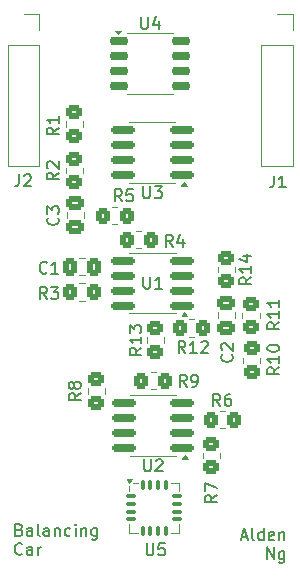
<source format=gbr>
%TF.GenerationSoftware,KiCad,Pcbnew,8.0.3*%
%TF.CreationDate,2025-09-08T17:35:16+08:00*%
%TF.ProjectId,balancing-car,62616c61-6e63-4696-9e67-2d6361722e6b,rev?*%
%TF.SameCoordinates,Original*%
%TF.FileFunction,Legend,Top*%
%TF.FilePolarity,Positive*%
%FSLAX46Y46*%
G04 Gerber Fmt 4.6, Leading zero omitted, Abs format (unit mm)*
G04 Created by KiCad (PCBNEW 8.0.3) date 2025-09-08 17:35:16*
%MOMM*%
%LPD*%
G01*
G04 APERTURE LIST*
G04 Aperture macros list*
%AMRoundRect*
0 Rectangle with rounded corners*
0 $1 Rounding radius*
0 $2 $3 $4 $5 $6 $7 $8 $9 X,Y pos of 4 corners*
0 Add a 4 corners polygon primitive as box body*
4,1,4,$2,$3,$4,$5,$6,$7,$8,$9,$2,$3,0*
0 Add four circle primitives for the rounded corners*
1,1,$1+$1,$2,$3*
1,1,$1+$1,$4,$5*
1,1,$1+$1,$6,$7*
1,1,$1+$1,$8,$9*
0 Add four rect primitives between the rounded corners*
20,1,$1+$1,$2,$3,$4,$5,0*
20,1,$1+$1,$4,$5,$6,$7,0*
20,1,$1+$1,$6,$7,$8,$9,0*
20,1,$1+$1,$8,$9,$2,$3,0*%
G04 Aperture macros list end*
%ADD10C,0.200000*%
%ADD11C,0.150000*%
%ADD12C,0.120000*%
%ADD13RoundRect,0.150000X-0.650000X-0.150000X0.650000X-0.150000X0.650000X0.150000X-0.650000X0.150000X0*%
%ADD14R,2.410000X3.100000*%
%ADD15R,2.350000X2.350000*%
%ADD16RoundRect,0.075000X-0.075000X-0.362500X0.075000X-0.362500X0.075000X0.362500X-0.075000X0.362500X0*%
%ADD17RoundRect,0.075000X-0.362500X-0.075000X0.362500X-0.075000X0.362500X0.075000X-0.362500X0.075000X0*%
%ADD18RoundRect,0.150000X0.825000X0.150000X-0.825000X0.150000X-0.825000X-0.150000X0.825000X-0.150000X0*%
%ADD19RoundRect,0.250000X-0.450000X0.350000X-0.450000X-0.350000X0.450000X-0.350000X0.450000X0.350000X0*%
%ADD20RoundRect,0.250000X0.450000X-0.350000X0.450000X0.350000X-0.450000X0.350000X-0.450000X-0.350000X0*%
%ADD21RoundRect,0.250000X-0.350000X-0.450000X0.350000X-0.450000X0.350000X0.450000X-0.350000X0.450000X0*%
%ADD22RoundRect,0.250000X0.350000X0.450000X-0.350000X0.450000X-0.350000X-0.450000X0.350000X-0.450000X0*%
%ADD23O,1.700000X1.700000*%
%ADD24R,1.700000X1.700000*%
%ADD25RoundRect,0.250000X-0.475000X0.337500X-0.475000X-0.337500X0.475000X-0.337500X0.475000X0.337500X0*%
%ADD26RoundRect,0.250000X-0.337500X-0.475000X0.337500X-0.475000X0.337500X0.475000X-0.337500X0.475000X0*%
G04 APERTURE END LIST*
D10*
X208101278Y-125733560D02*
X208577468Y-125733560D01*
X208006040Y-126019275D02*
X208339373Y-125019275D01*
X208339373Y-125019275D02*
X208672706Y-126019275D01*
X209148897Y-126019275D02*
X209053659Y-125971656D01*
X209053659Y-125971656D02*
X209006040Y-125876417D01*
X209006040Y-125876417D02*
X209006040Y-125019275D01*
X209958421Y-126019275D02*
X209958421Y-125019275D01*
X209958421Y-125971656D02*
X209863183Y-126019275D01*
X209863183Y-126019275D02*
X209672707Y-126019275D01*
X209672707Y-126019275D02*
X209577469Y-125971656D01*
X209577469Y-125971656D02*
X209529850Y-125924036D01*
X209529850Y-125924036D02*
X209482231Y-125828798D01*
X209482231Y-125828798D02*
X209482231Y-125543084D01*
X209482231Y-125543084D02*
X209529850Y-125447846D01*
X209529850Y-125447846D02*
X209577469Y-125400227D01*
X209577469Y-125400227D02*
X209672707Y-125352608D01*
X209672707Y-125352608D02*
X209863183Y-125352608D01*
X209863183Y-125352608D02*
X209958421Y-125400227D01*
X210815564Y-125971656D02*
X210720326Y-126019275D01*
X210720326Y-126019275D02*
X210529850Y-126019275D01*
X210529850Y-126019275D02*
X210434612Y-125971656D01*
X210434612Y-125971656D02*
X210386993Y-125876417D01*
X210386993Y-125876417D02*
X210386993Y-125495465D01*
X210386993Y-125495465D02*
X210434612Y-125400227D01*
X210434612Y-125400227D02*
X210529850Y-125352608D01*
X210529850Y-125352608D02*
X210720326Y-125352608D01*
X210720326Y-125352608D02*
X210815564Y-125400227D01*
X210815564Y-125400227D02*
X210863183Y-125495465D01*
X210863183Y-125495465D02*
X210863183Y-125590703D01*
X210863183Y-125590703D02*
X210386993Y-125685941D01*
X211291755Y-125352608D02*
X211291755Y-126019275D01*
X211291755Y-125447846D02*
X211339374Y-125400227D01*
X211339374Y-125400227D02*
X211434612Y-125352608D01*
X211434612Y-125352608D02*
X211577469Y-125352608D01*
X211577469Y-125352608D02*
X211672707Y-125400227D01*
X211672707Y-125400227D02*
X211720326Y-125495465D01*
X211720326Y-125495465D02*
X211720326Y-126019275D01*
X210244136Y-127629219D02*
X210244136Y-126629219D01*
X210244136Y-126629219D02*
X210815564Y-127629219D01*
X210815564Y-127629219D02*
X210815564Y-126629219D01*
X211720326Y-126962552D02*
X211720326Y-127772076D01*
X211720326Y-127772076D02*
X211672707Y-127867314D01*
X211672707Y-127867314D02*
X211625088Y-127914933D01*
X211625088Y-127914933D02*
X211529850Y-127962552D01*
X211529850Y-127962552D02*
X211386993Y-127962552D01*
X211386993Y-127962552D02*
X211291755Y-127914933D01*
X211720326Y-127581600D02*
X211625088Y-127629219D01*
X211625088Y-127629219D02*
X211434612Y-127629219D01*
X211434612Y-127629219D02*
X211339374Y-127581600D01*
X211339374Y-127581600D02*
X211291755Y-127533980D01*
X211291755Y-127533980D02*
X211244136Y-127438742D01*
X211244136Y-127438742D02*
X211244136Y-127153028D01*
X211244136Y-127153028D02*
X211291755Y-127057790D01*
X211291755Y-127057790D02*
X211339374Y-127010171D01*
X211339374Y-127010171D02*
X211434612Y-126962552D01*
X211434612Y-126962552D02*
X211625088Y-126962552D01*
X211625088Y-126962552D02*
X211720326Y-127010171D01*
X189272606Y-125139865D02*
X189415463Y-125187484D01*
X189415463Y-125187484D02*
X189463082Y-125235103D01*
X189463082Y-125235103D02*
X189510701Y-125330341D01*
X189510701Y-125330341D02*
X189510701Y-125473198D01*
X189510701Y-125473198D02*
X189463082Y-125568436D01*
X189463082Y-125568436D02*
X189415463Y-125616056D01*
X189415463Y-125616056D02*
X189320225Y-125663675D01*
X189320225Y-125663675D02*
X188939273Y-125663675D01*
X188939273Y-125663675D02*
X188939273Y-124663675D01*
X188939273Y-124663675D02*
X189272606Y-124663675D01*
X189272606Y-124663675D02*
X189367844Y-124711294D01*
X189367844Y-124711294D02*
X189415463Y-124758913D01*
X189415463Y-124758913D02*
X189463082Y-124854151D01*
X189463082Y-124854151D02*
X189463082Y-124949389D01*
X189463082Y-124949389D02*
X189415463Y-125044627D01*
X189415463Y-125044627D02*
X189367844Y-125092246D01*
X189367844Y-125092246D02*
X189272606Y-125139865D01*
X189272606Y-125139865D02*
X188939273Y-125139865D01*
X190367844Y-125663675D02*
X190367844Y-125139865D01*
X190367844Y-125139865D02*
X190320225Y-125044627D01*
X190320225Y-125044627D02*
X190224987Y-124997008D01*
X190224987Y-124997008D02*
X190034511Y-124997008D01*
X190034511Y-124997008D02*
X189939273Y-125044627D01*
X190367844Y-125616056D02*
X190272606Y-125663675D01*
X190272606Y-125663675D02*
X190034511Y-125663675D01*
X190034511Y-125663675D02*
X189939273Y-125616056D01*
X189939273Y-125616056D02*
X189891654Y-125520817D01*
X189891654Y-125520817D02*
X189891654Y-125425579D01*
X189891654Y-125425579D02*
X189939273Y-125330341D01*
X189939273Y-125330341D02*
X190034511Y-125282722D01*
X190034511Y-125282722D02*
X190272606Y-125282722D01*
X190272606Y-125282722D02*
X190367844Y-125235103D01*
X190986892Y-125663675D02*
X190891654Y-125616056D01*
X190891654Y-125616056D02*
X190844035Y-125520817D01*
X190844035Y-125520817D02*
X190844035Y-124663675D01*
X191796416Y-125663675D02*
X191796416Y-125139865D01*
X191796416Y-125139865D02*
X191748797Y-125044627D01*
X191748797Y-125044627D02*
X191653559Y-124997008D01*
X191653559Y-124997008D02*
X191463083Y-124997008D01*
X191463083Y-124997008D02*
X191367845Y-125044627D01*
X191796416Y-125616056D02*
X191701178Y-125663675D01*
X191701178Y-125663675D02*
X191463083Y-125663675D01*
X191463083Y-125663675D02*
X191367845Y-125616056D01*
X191367845Y-125616056D02*
X191320226Y-125520817D01*
X191320226Y-125520817D02*
X191320226Y-125425579D01*
X191320226Y-125425579D02*
X191367845Y-125330341D01*
X191367845Y-125330341D02*
X191463083Y-125282722D01*
X191463083Y-125282722D02*
X191701178Y-125282722D01*
X191701178Y-125282722D02*
X191796416Y-125235103D01*
X192272607Y-124997008D02*
X192272607Y-125663675D01*
X192272607Y-125092246D02*
X192320226Y-125044627D01*
X192320226Y-125044627D02*
X192415464Y-124997008D01*
X192415464Y-124997008D02*
X192558321Y-124997008D01*
X192558321Y-124997008D02*
X192653559Y-125044627D01*
X192653559Y-125044627D02*
X192701178Y-125139865D01*
X192701178Y-125139865D02*
X192701178Y-125663675D01*
X193605940Y-125616056D02*
X193510702Y-125663675D01*
X193510702Y-125663675D02*
X193320226Y-125663675D01*
X193320226Y-125663675D02*
X193224988Y-125616056D01*
X193224988Y-125616056D02*
X193177369Y-125568436D01*
X193177369Y-125568436D02*
X193129750Y-125473198D01*
X193129750Y-125473198D02*
X193129750Y-125187484D01*
X193129750Y-125187484D02*
X193177369Y-125092246D01*
X193177369Y-125092246D02*
X193224988Y-125044627D01*
X193224988Y-125044627D02*
X193320226Y-124997008D01*
X193320226Y-124997008D02*
X193510702Y-124997008D01*
X193510702Y-124997008D02*
X193605940Y-125044627D01*
X194034512Y-125663675D02*
X194034512Y-124997008D01*
X194034512Y-124663675D02*
X193986893Y-124711294D01*
X193986893Y-124711294D02*
X194034512Y-124758913D01*
X194034512Y-124758913D02*
X194082131Y-124711294D01*
X194082131Y-124711294D02*
X194034512Y-124663675D01*
X194034512Y-124663675D02*
X194034512Y-124758913D01*
X194510702Y-124997008D02*
X194510702Y-125663675D01*
X194510702Y-125092246D02*
X194558321Y-125044627D01*
X194558321Y-125044627D02*
X194653559Y-124997008D01*
X194653559Y-124997008D02*
X194796416Y-124997008D01*
X194796416Y-124997008D02*
X194891654Y-125044627D01*
X194891654Y-125044627D02*
X194939273Y-125139865D01*
X194939273Y-125139865D02*
X194939273Y-125663675D01*
X195844035Y-124997008D02*
X195844035Y-125806532D01*
X195844035Y-125806532D02*
X195796416Y-125901770D01*
X195796416Y-125901770D02*
X195748797Y-125949389D01*
X195748797Y-125949389D02*
X195653559Y-125997008D01*
X195653559Y-125997008D02*
X195510702Y-125997008D01*
X195510702Y-125997008D02*
X195415464Y-125949389D01*
X195844035Y-125616056D02*
X195748797Y-125663675D01*
X195748797Y-125663675D02*
X195558321Y-125663675D01*
X195558321Y-125663675D02*
X195463083Y-125616056D01*
X195463083Y-125616056D02*
X195415464Y-125568436D01*
X195415464Y-125568436D02*
X195367845Y-125473198D01*
X195367845Y-125473198D02*
X195367845Y-125187484D01*
X195367845Y-125187484D02*
X195415464Y-125092246D01*
X195415464Y-125092246D02*
X195463083Y-125044627D01*
X195463083Y-125044627D02*
X195558321Y-124997008D01*
X195558321Y-124997008D02*
X195748797Y-124997008D01*
X195748797Y-124997008D02*
X195844035Y-125044627D01*
X189510701Y-127178380D02*
X189463082Y-127226000D01*
X189463082Y-127226000D02*
X189320225Y-127273619D01*
X189320225Y-127273619D02*
X189224987Y-127273619D01*
X189224987Y-127273619D02*
X189082130Y-127226000D01*
X189082130Y-127226000D02*
X188986892Y-127130761D01*
X188986892Y-127130761D02*
X188939273Y-127035523D01*
X188939273Y-127035523D02*
X188891654Y-126845047D01*
X188891654Y-126845047D02*
X188891654Y-126702190D01*
X188891654Y-126702190D02*
X188939273Y-126511714D01*
X188939273Y-126511714D02*
X188986892Y-126416476D01*
X188986892Y-126416476D02*
X189082130Y-126321238D01*
X189082130Y-126321238D02*
X189224987Y-126273619D01*
X189224987Y-126273619D02*
X189320225Y-126273619D01*
X189320225Y-126273619D02*
X189463082Y-126321238D01*
X189463082Y-126321238D02*
X189510701Y-126368857D01*
X190367844Y-127273619D02*
X190367844Y-126749809D01*
X190367844Y-126749809D02*
X190320225Y-126654571D01*
X190320225Y-126654571D02*
X190224987Y-126606952D01*
X190224987Y-126606952D02*
X190034511Y-126606952D01*
X190034511Y-126606952D02*
X189939273Y-126654571D01*
X190367844Y-127226000D02*
X190272606Y-127273619D01*
X190272606Y-127273619D02*
X190034511Y-127273619D01*
X190034511Y-127273619D02*
X189939273Y-127226000D01*
X189939273Y-127226000D02*
X189891654Y-127130761D01*
X189891654Y-127130761D02*
X189891654Y-127035523D01*
X189891654Y-127035523D02*
X189939273Y-126940285D01*
X189939273Y-126940285D02*
X190034511Y-126892666D01*
X190034511Y-126892666D02*
X190272606Y-126892666D01*
X190272606Y-126892666D02*
X190367844Y-126845047D01*
X190844035Y-127273619D02*
X190844035Y-126606952D01*
X190844035Y-126797428D02*
X190891654Y-126702190D01*
X190891654Y-126702190D02*
X190939273Y-126654571D01*
X190939273Y-126654571D02*
X191034511Y-126606952D01*
X191034511Y-126606952D02*
X191129749Y-126606952D01*
D11*
X199584895Y-81729019D02*
X199584895Y-82538542D01*
X199584895Y-82538542D02*
X199632514Y-82633780D01*
X199632514Y-82633780D02*
X199680133Y-82681400D01*
X199680133Y-82681400D02*
X199775371Y-82729019D01*
X199775371Y-82729019D02*
X199965847Y-82729019D01*
X199965847Y-82729019D02*
X200061085Y-82681400D01*
X200061085Y-82681400D02*
X200108704Y-82633780D01*
X200108704Y-82633780D02*
X200156323Y-82538542D01*
X200156323Y-82538542D02*
X200156323Y-81729019D01*
X201061085Y-82062352D02*
X201061085Y-82729019D01*
X200822990Y-81681400D02*
X200584895Y-82395685D01*
X200584895Y-82395685D02*
X201203942Y-82395685D01*
X200050495Y-126302419D02*
X200050495Y-127111942D01*
X200050495Y-127111942D02*
X200098114Y-127207180D01*
X200098114Y-127207180D02*
X200145733Y-127254800D01*
X200145733Y-127254800D02*
X200240971Y-127302419D01*
X200240971Y-127302419D02*
X200431447Y-127302419D01*
X200431447Y-127302419D02*
X200526685Y-127254800D01*
X200526685Y-127254800D02*
X200574304Y-127207180D01*
X200574304Y-127207180D02*
X200621923Y-127111942D01*
X200621923Y-127111942D02*
X200621923Y-126302419D01*
X201574304Y-126302419D02*
X201098114Y-126302419D01*
X201098114Y-126302419D02*
X201050495Y-126778609D01*
X201050495Y-126778609D02*
X201098114Y-126730990D01*
X201098114Y-126730990D02*
X201193352Y-126683371D01*
X201193352Y-126683371D02*
X201431447Y-126683371D01*
X201431447Y-126683371D02*
X201526685Y-126730990D01*
X201526685Y-126730990D02*
X201574304Y-126778609D01*
X201574304Y-126778609D02*
X201621923Y-126873847D01*
X201621923Y-126873847D02*
X201621923Y-127111942D01*
X201621923Y-127111942D02*
X201574304Y-127207180D01*
X201574304Y-127207180D02*
X201526685Y-127254800D01*
X201526685Y-127254800D02*
X201431447Y-127302419D01*
X201431447Y-127302419D02*
X201193352Y-127302419D01*
X201193352Y-127302419D02*
X201098114Y-127254800D01*
X201098114Y-127254800D02*
X201050495Y-127207180D01*
X199771095Y-96072819D02*
X199771095Y-96882342D01*
X199771095Y-96882342D02*
X199818714Y-96977580D01*
X199818714Y-96977580D02*
X199866333Y-97025200D01*
X199866333Y-97025200D02*
X199961571Y-97072819D01*
X199961571Y-97072819D02*
X200152047Y-97072819D01*
X200152047Y-97072819D02*
X200247285Y-97025200D01*
X200247285Y-97025200D02*
X200294904Y-96977580D01*
X200294904Y-96977580D02*
X200342523Y-96882342D01*
X200342523Y-96882342D02*
X200342523Y-96072819D01*
X200723476Y-96072819D02*
X201342523Y-96072819D01*
X201342523Y-96072819D02*
X201009190Y-96453771D01*
X201009190Y-96453771D02*
X201152047Y-96453771D01*
X201152047Y-96453771D02*
X201247285Y-96501390D01*
X201247285Y-96501390D02*
X201294904Y-96549009D01*
X201294904Y-96549009D02*
X201342523Y-96644247D01*
X201342523Y-96644247D02*
X201342523Y-96882342D01*
X201342523Y-96882342D02*
X201294904Y-96977580D01*
X201294904Y-96977580D02*
X201247285Y-97025200D01*
X201247285Y-97025200D02*
X201152047Y-97072819D01*
X201152047Y-97072819D02*
X200866333Y-97072819D01*
X200866333Y-97072819D02*
X200771095Y-97025200D01*
X200771095Y-97025200D02*
X200723476Y-96977580D01*
X199847295Y-119186819D02*
X199847295Y-119996342D01*
X199847295Y-119996342D02*
X199894914Y-120091580D01*
X199894914Y-120091580D02*
X199942533Y-120139200D01*
X199942533Y-120139200D02*
X200037771Y-120186819D01*
X200037771Y-120186819D02*
X200228247Y-120186819D01*
X200228247Y-120186819D02*
X200323485Y-120139200D01*
X200323485Y-120139200D02*
X200371104Y-120091580D01*
X200371104Y-120091580D02*
X200418723Y-119996342D01*
X200418723Y-119996342D02*
X200418723Y-119186819D01*
X200847295Y-119282057D02*
X200894914Y-119234438D01*
X200894914Y-119234438D02*
X200990152Y-119186819D01*
X200990152Y-119186819D02*
X201228247Y-119186819D01*
X201228247Y-119186819D02*
X201323485Y-119234438D01*
X201323485Y-119234438D02*
X201371104Y-119282057D01*
X201371104Y-119282057D02*
X201418723Y-119377295D01*
X201418723Y-119377295D02*
X201418723Y-119472533D01*
X201418723Y-119472533D02*
X201371104Y-119615390D01*
X201371104Y-119615390D02*
X200799676Y-120186819D01*
X200799676Y-120186819D02*
X201418723Y-120186819D01*
X199787095Y-103721819D02*
X199787095Y-104531342D01*
X199787095Y-104531342D02*
X199834714Y-104626580D01*
X199834714Y-104626580D02*
X199882333Y-104674200D01*
X199882333Y-104674200D02*
X199977571Y-104721819D01*
X199977571Y-104721819D02*
X200168047Y-104721819D01*
X200168047Y-104721819D02*
X200263285Y-104674200D01*
X200263285Y-104674200D02*
X200310904Y-104626580D01*
X200310904Y-104626580D02*
X200358523Y-104531342D01*
X200358523Y-104531342D02*
X200358523Y-103721819D01*
X201358523Y-104721819D02*
X200787095Y-104721819D01*
X201072809Y-104721819D02*
X201072809Y-103721819D01*
X201072809Y-103721819D02*
X200977571Y-103864676D01*
X200977571Y-103864676D02*
X200882333Y-103959914D01*
X200882333Y-103959914D02*
X200787095Y-104007533D01*
X208911619Y-103766857D02*
X208435428Y-104100190D01*
X208911619Y-104338285D02*
X207911619Y-104338285D01*
X207911619Y-104338285D02*
X207911619Y-103957333D01*
X207911619Y-103957333D02*
X207959238Y-103862095D01*
X207959238Y-103862095D02*
X208006857Y-103814476D01*
X208006857Y-103814476D02*
X208102095Y-103766857D01*
X208102095Y-103766857D02*
X208244952Y-103766857D01*
X208244952Y-103766857D02*
X208340190Y-103814476D01*
X208340190Y-103814476D02*
X208387809Y-103862095D01*
X208387809Y-103862095D02*
X208435428Y-103957333D01*
X208435428Y-103957333D02*
X208435428Y-104338285D01*
X208911619Y-102814476D02*
X208911619Y-103385904D01*
X208911619Y-103100190D02*
X207911619Y-103100190D01*
X207911619Y-103100190D02*
X208054476Y-103195428D01*
X208054476Y-103195428D02*
X208149714Y-103290666D01*
X208149714Y-103290666D02*
X208197333Y-103385904D01*
X208244952Y-101957333D02*
X208911619Y-101957333D01*
X207864000Y-102195428D02*
X208578285Y-102433523D01*
X208578285Y-102433523D02*
X208578285Y-101814476D01*
X199607819Y-109735857D02*
X199131628Y-110069190D01*
X199607819Y-110307285D02*
X198607819Y-110307285D01*
X198607819Y-110307285D02*
X198607819Y-109926333D01*
X198607819Y-109926333D02*
X198655438Y-109831095D01*
X198655438Y-109831095D02*
X198703057Y-109783476D01*
X198703057Y-109783476D02*
X198798295Y-109735857D01*
X198798295Y-109735857D02*
X198941152Y-109735857D01*
X198941152Y-109735857D02*
X199036390Y-109783476D01*
X199036390Y-109783476D02*
X199084009Y-109831095D01*
X199084009Y-109831095D02*
X199131628Y-109926333D01*
X199131628Y-109926333D02*
X199131628Y-110307285D01*
X199607819Y-108783476D02*
X199607819Y-109354904D01*
X199607819Y-109069190D02*
X198607819Y-109069190D01*
X198607819Y-109069190D02*
X198750676Y-109164428D01*
X198750676Y-109164428D02*
X198845914Y-109259666D01*
X198845914Y-109259666D02*
X198893533Y-109354904D01*
X198607819Y-108450142D02*
X198607819Y-107831095D01*
X198607819Y-107831095D02*
X198988771Y-108164428D01*
X198988771Y-108164428D02*
X198988771Y-108021571D01*
X198988771Y-108021571D02*
X199036390Y-107926333D01*
X199036390Y-107926333D02*
X199084009Y-107878714D01*
X199084009Y-107878714D02*
X199179247Y-107831095D01*
X199179247Y-107831095D02*
X199417342Y-107831095D01*
X199417342Y-107831095D02*
X199512580Y-107878714D01*
X199512580Y-107878714D02*
X199560200Y-107926333D01*
X199560200Y-107926333D02*
X199607819Y-108021571D01*
X199607819Y-108021571D02*
X199607819Y-108307285D01*
X199607819Y-108307285D02*
X199560200Y-108402523D01*
X199560200Y-108402523D02*
X199512580Y-108450142D01*
X203335142Y-110182819D02*
X203001809Y-109706628D01*
X202763714Y-110182819D02*
X202763714Y-109182819D01*
X202763714Y-109182819D02*
X203144666Y-109182819D01*
X203144666Y-109182819D02*
X203239904Y-109230438D01*
X203239904Y-109230438D02*
X203287523Y-109278057D01*
X203287523Y-109278057D02*
X203335142Y-109373295D01*
X203335142Y-109373295D02*
X203335142Y-109516152D01*
X203335142Y-109516152D02*
X203287523Y-109611390D01*
X203287523Y-109611390D02*
X203239904Y-109659009D01*
X203239904Y-109659009D02*
X203144666Y-109706628D01*
X203144666Y-109706628D02*
X202763714Y-109706628D01*
X204287523Y-110182819D02*
X203716095Y-110182819D01*
X204001809Y-110182819D02*
X204001809Y-109182819D01*
X204001809Y-109182819D02*
X203906571Y-109325676D01*
X203906571Y-109325676D02*
X203811333Y-109420914D01*
X203811333Y-109420914D02*
X203716095Y-109468533D01*
X204668476Y-109278057D02*
X204716095Y-109230438D01*
X204716095Y-109230438D02*
X204811333Y-109182819D01*
X204811333Y-109182819D02*
X205049428Y-109182819D01*
X205049428Y-109182819D02*
X205144666Y-109230438D01*
X205144666Y-109230438D02*
X205192285Y-109278057D01*
X205192285Y-109278057D02*
X205239904Y-109373295D01*
X205239904Y-109373295D02*
X205239904Y-109468533D01*
X205239904Y-109468533D02*
X205192285Y-109611390D01*
X205192285Y-109611390D02*
X204620857Y-110182819D01*
X204620857Y-110182819D02*
X205239904Y-110182819D01*
X211274819Y-107576857D02*
X210798628Y-107910190D01*
X211274819Y-108148285D02*
X210274819Y-108148285D01*
X210274819Y-108148285D02*
X210274819Y-107767333D01*
X210274819Y-107767333D02*
X210322438Y-107672095D01*
X210322438Y-107672095D02*
X210370057Y-107624476D01*
X210370057Y-107624476D02*
X210465295Y-107576857D01*
X210465295Y-107576857D02*
X210608152Y-107576857D01*
X210608152Y-107576857D02*
X210703390Y-107624476D01*
X210703390Y-107624476D02*
X210751009Y-107672095D01*
X210751009Y-107672095D02*
X210798628Y-107767333D01*
X210798628Y-107767333D02*
X210798628Y-108148285D01*
X211274819Y-106624476D02*
X211274819Y-107195904D01*
X211274819Y-106910190D02*
X210274819Y-106910190D01*
X210274819Y-106910190D02*
X210417676Y-107005428D01*
X210417676Y-107005428D02*
X210512914Y-107100666D01*
X210512914Y-107100666D02*
X210560533Y-107195904D01*
X211274819Y-105672095D02*
X211274819Y-106243523D01*
X211274819Y-105957809D02*
X210274819Y-105957809D01*
X210274819Y-105957809D02*
X210417676Y-106053047D01*
X210417676Y-106053047D02*
X210512914Y-106148285D01*
X210512914Y-106148285D02*
X210560533Y-106243523D01*
X211274819Y-111386857D02*
X210798628Y-111720190D01*
X211274819Y-111958285D02*
X210274819Y-111958285D01*
X210274819Y-111958285D02*
X210274819Y-111577333D01*
X210274819Y-111577333D02*
X210322438Y-111482095D01*
X210322438Y-111482095D02*
X210370057Y-111434476D01*
X210370057Y-111434476D02*
X210465295Y-111386857D01*
X210465295Y-111386857D02*
X210608152Y-111386857D01*
X210608152Y-111386857D02*
X210703390Y-111434476D01*
X210703390Y-111434476D02*
X210751009Y-111482095D01*
X210751009Y-111482095D02*
X210798628Y-111577333D01*
X210798628Y-111577333D02*
X210798628Y-111958285D01*
X211274819Y-110434476D02*
X211274819Y-111005904D01*
X211274819Y-110720190D02*
X210274819Y-110720190D01*
X210274819Y-110720190D02*
X210417676Y-110815428D01*
X210417676Y-110815428D02*
X210512914Y-110910666D01*
X210512914Y-110910666D02*
X210560533Y-111005904D01*
X210274819Y-109815428D02*
X210274819Y-109720190D01*
X210274819Y-109720190D02*
X210322438Y-109624952D01*
X210322438Y-109624952D02*
X210370057Y-109577333D01*
X210370057Y-109577333D02*
X210465295Y-109529714D01*
X210465295Y-109529714D02*
X210655771Y-109482095D01*
X210655771Y-109482095D02*
X210893866Y-109482095D01*
X210893866Y-109482095D02*
X211084342Y-109529714D01*
X211084342Y-109529714D02*
X211179580Y-109577333D01*
X211179580Y-109577333D02*
X211227200Y-109624952D01*
X211227200Y-109624952D02*
X211274819Y-109720190D01*
X211274819Y-109720190D02*
X211274819Y-109815428D01*
X211274819Y-109815428D02*
X211227200Y-109910666D01*
X211227200Y-109910666D02*
X211179580Y-109958285D01*
X211179580Y-109958285D02*
X211084342Y-110005904D01*
X211084342Y-110005904D02*
X210893866Y-110053523D01*
X210893866Y-110053523D02*
X210655771Y-110053523D01*
X210655771Y-110053523D02*
X210465295Y-110005904D01*
X210465295Y-110005904D02*
X210370057Y-109958285D01*
X210370057Y-109958285D02*
X210322438Y-109910666D01*
X210322438Y-109910666D02*
X210274819Y-109815428D01*
X203439733Y-113027619D02*
X203106400Y-112551428D01*
X202868305Y-113027619D02*
X202868305Y-112027619D01*
X202868305Y-112027619D02*
X203249257Y-112027619D01*
X203249257Y-112027619D02*
X203344495Y-112075238D01*
X203344495Y-112075238D02*
X203392114Y-112122857D01*
X203392114Y-112122857D02*
X203439733Y-112218095D01*
X203439733Y-112218095D02*
X203439733Y-112360952D01*
X203439733Y-112360952D02*
X203392114Y-112456190D01*
X203392114Y-112456190D02*
X203344495Y-112503809D01*
X203344495Y-112503809D02*
X203249257Y-112551428D01*
X203249257Y-112551428D02*
X202868305Y-112551428D01*
X203915924Y-113027619D02*
X204106400Y-113027619D01*
X204106400Y-113027619D02*
X204201638Y-112980000D01*
X204201638Y-112980000D02*
X204249257Y-112932380D01*
X204249257Y-112932380D02*
X204344495Y-112789523D01*
X204344495Y-112789523D02*
X204392114Y-112599047D01*
X204392114Y-112599047D02*
X204392114Y-112218095D01*
X204392114Y-112218095D02*
X204344495Y-112122857D01*
X204344495Y-112122857D02*
X204296876Y-112075238D01*
X204296876Y-112075238D02*
X204201638Y-112027619D01*
X204201638Y-112027619D02*
X204011162Y-112027619D01*
X204011162Y-112027619D02*
X203915924Y-112075238D01*
X203915924Y-112075238D02*
X203868305Y-112122857D01*
X203868305Y-112122857D02*
X203820686Y-112218095D01*
X203820686Y-112218095D02*
X203820686Y-112456190D01*
X203820686Y-112456190D02*
X203868305Y-112551428D01*
X203868305Y-112551428D02*
X203915924Y-112599047D01*
X203915924Y-112599047D02*
X204011162Y-112646666D01*
X204011162Y-112646666D02*
X204201638Y-112646666D01*
X204201638Y-112646666D02*
X204296876Y-112599047D01*
X204296876Y-112599047D02*
X204344495Y-112551428D01*
X204344495Y-112551428D02*
X204392114Y-112456190D01*
X194460019Y-113577666D02*
X193983828Y-113910999D01*
X194460019Y-114149094D02*
X193460019Y-114149094D01*
X193460019Y-114149094D02*
X193460019Y-113768142D01*
X193460019Y-113768142D02*
X193507638Y-113672904D01*
X193507638Y-113672904D02*
X193555257Y-113625285D01*
X193555257Y-113625285D02*
X193650495Y-113577666D01*
X193650495Y-113577666D02*
X193793352Y-113577666D01*
X193793352Y-113577666D02*
X193888590Y-113625285D01*
X193888590Y-113625285D02*
X193936209Y-113672904D01*
X193936209Y-113672904D02*
X193983828Y-113768142D01*
X193983828Y-113768142D02*
X193983828Y-114149094D01*
X193888590Y-113006237D02*
X193840971Y-113101475D01*
X193840971Y-113101475D02*
X193793352Y-113149094D01*
X193793352Y-113149094D02*
X193698114Y-113196713D01*
X193698114Y-113196713D02*
X193650495Y-113196713D01*
X193650495Y-113196713D02*
X193555257Y-113149094D01*
X193555257Y-113149094D02*
X193507638Y-113101475D01*
X193507638Y-113101475D02*
X193460019Y-113006237D01*
X193460019Y-113006237D02*
X193460019Y-112815761D01*
X193460019Y-112815761D02*
X193507638Y-112720523D01*
X193507638Y-112720523D02*
X193555257Y-112672904D01*
X193555257Y-112672904D02*
X193650495Y-112625285D01*
X193650495Y-112625285D02*
X193698114Y-112625285D01*
X193698114Y-112625285D02*
X193793352Y-112672904D01*
X193793352Y-112672904D02*
X193840971Y-112720523D01*
X193840971Y-112720523D02*
X193888590Y-112815761D01*
X193888590Y-112815761D02*
X193888590Y-113006237D01*
X193888590Y-113006237D02*
X193936209Y-113101475D01*
X193936209Y-113101475D02*
X193983828Y-113149094D01*
X193983828Y-113149094D02*
X194079066Y-113196713D01*
X194079066Y-113196713D02*
X194269542Y-113196713D01*
X194269542Y-113196713D02*
X194364780Y-113149094D01*
X194364780Y-113149094D02*
X194412400Y-113101475D01*
X194412400Y-113101475D02*
X194460019Y-113006237D01*
X194460019Y-113006237D02*
X194460019Y-112815761D01*
X194460019Y-112815761D02*
X194412400Y-112720523D01*
X194412400Y-112720523D02*
X194364780Y-112672904D01*
X194364780Y-112672904D02*
X194269542Y-112625285D01*
X194269542Y-112625285D02*
X194079066Y-112625285D01*
X194079066Y-112625285D02*
X193983828Y-112672904D01*
X193983828Y-112672904D02*
X193936209Y-112720523D01*
X193936209Y-112720523D02*
X193888590Y-112815761D01*
X205991619Y-122213666D02*
X205515428Y-122546999D01*
X205991619Y-122785094D02*
X204991619Y-122785094D01*
X204991619Y-122785094D02*
X204991619Y-122404142D01*
X204991619Y-122404142D02*
X205039238Y-122308904D01*
X205039238Y-122308904D02*
X205086857Y-122261285D01*
X205086857Y-122261285D02*
X205182095Y-122213666D01*
X205182095Y-122213666D02*
X205324952Y-122213666D01*
X205324952Y-122213666D02*
X205420190Y-122261285D01*
X205420190Y-122261285D02*
X205467809Y-122308904D01*
X205467809Y-122308904D02*
X205515428Y-122404142D01*
X205515428Y-122404142D02*
X205515428Y-122785094D01*
X204991619Y-121880332D02*
X204991619Y-121213666D01*
X204991619Y-121213666D02*
X205991619Y-121642237D01*
X206284533Y-114653219D02*
X205951200Y-114177028D01*
X205713105Y-114653219D02*
X205713105Y-113653219D01*
X205713105Y-113653219D02*
X206094057Y-113653219D01*
X206094057Y-113653219D02*
X206189295Y-113700838D01*
X206189295Y-113700838D02*
X206236914Y-113748457D01*
X206236914Y-113748457D02*
X206284533Y-113843695D01*
X206284533Y-113843695D02*
X206284533Y-113986552D01*
X206284533Y-113986552D02*
X206236914Y-114081790D01*
X206236914Y-114081790D02*
X206189295Y-114129409D01*
X206189295Y-114129409D02*
X206094057Y-114177028D01*
X206094057Y-114177028D02*
X205713105Y-114177028D01*
X207141676Y-113653219D02*
X206951200Y-113653219D01*
X206951200Y-113653219D02*
X206855962Y-113700838D01*
X206855962Y-113700838D02*
X206808343Y-113748457D01*
X206808343Y-113748457D02*
X206713105Y-113891314D01*
X206713105Y-113891314D02*
X206665486Y-114081790D01*
X206665486Y-114081790D02*
X206665486Y-114462742D01*
X206665486Y-114462742D02*
X206713105Y-114557980D01*
X206713105Y-114557980D02*
X206760724Y-114605600D01*
X206760724Y-114605600D02*
X206855962Y-114653219D01*
X206855962Y-114653219D02*
X207046438Y-114653219D01*
X207046438Y-114653219D02*
X207141676Y-114605600D01*
X207141676Y-114605600D02*
X207189295Y-114557980D01*
X207189295Y-114557980D02*
X207236914Y-114462742D01*
X207236914Y-114462742D02*
X207236914Y-114224647D01*
X207236914Y-114224647D02*
X207189295Y-114129409D01*
X207189295Y-114129409D02*
X207141676Y-114081790D01*
X207141676Y-114081790D02*
X207046438Y-114034171D01*
X207046438Y-114034171D02*
X206855962Y-114034171D01*
X206855962Y-114034171D02*
X206760724Y-114081790D01*
X206760724Y-114081790D02*
X206713105Y-114129409D01*
X206713105Y-114129409D02*
X206665486Y-114224647D01*
X197953333Y-97330419D02*
X197620000Y-96854228D01*
X197381905Y-97330419D02*
X197381905Y-96330419D01*
X197381905Y-96330419D02*
X197762857Y-96330419D01*
X197762857Y-96330419D02*
X197858095Y-96378038D01*
X197858095Y-96378038D02*
X197905714Y-96425657D01*
X197905714Y-96425657D02*
X197953333Y-96520895D01*
X197953333Y-96520895D02*
X197953333Y-96663752D01*
X197953333Y-96663752D02*
X197905714Y-96758990D01*
X197905714Y-96758990D02*
X197858095Y-96806609D01*
X197858095Y-96806609D02*
X197762857Y-96854228D01*
X197762857Y-96854228D02*
X197381905Y-96854228D01*
X198858095Y-96330419D02*
X198381905Y-96330419D01*
X198381905Y-96330419D02*
X198334286Y-96806609D01*
X198334286Y-96806609D02*
X198381905Y-96758990D01*
X198381905Y-96758990D02*
X198477143Y-96711371D01*
X198477143Y-96711371D02*
X198715238Y-96711371D01*
X198715238Y-96711371D02*
X198810476Y-96758990D01*
X198810476Y-96758990D02*
X198858095Y-96806609D01*
X198858095Y-96806609D02*
X198905714Y-96901847D01*
X198905714Y-96901847D02*
X198905714Y-97139942D01*
X198905714Y-97139942D02*
X198858095Y-97235180D01*
X198858095Y-97235180D02*
X198810476Y-97282800D01*
X198810476Y-97282800D02*
X198715238Y-97330419D01*
X198715238Y-97330419D02*
X198477143Y-97330419D01*
X198477143Y-97330419D02*
X198381905Y-97282800D01*
X198381905Y-97282800D02*
X198334286Y-97235180D01*
X202271333Y-101165819D02*
X201938000Y-100689628D01*
X201699905Y-101165819D02*
X201699905Y-100165819D01*
X201699905Y-100165819D02*
X202080857Y-100165819D01*
X202080857Y-100165819D02*
X202176095Y-100213438D01*
X202176095Y-100213438D02*
X202223714Y-100261057D01*
X202223714Y-100261057D02*
X202271333Y-100356295D01*
X202271333Y-100356295D02*
X202271333Y-100499152D01*
X202271333Y-100499152D02*
X202223714Y-100594390D01*
X202223714Y-100594390D02*
X202176095Y-100642009D01*
X202176095Y-100642009D02*
X202080857Y-100689628D01*
X202080857Y-100689628D02*
X201699905Y-100689628D01*
X203128476Y-100499152D02*
X203128476Y-101165819D01*
X202890381Y-100118200D02*
X202652286Y-100832485D01*
X202652286Y-100832485D02*
X203271333Y-100832485D01*
X191603333Y-105610819D02*
X191270000Y-105134628D01*
X191031905Y-105610819D02*
X191031905Y-104610819D01*
X191031905Y-104610819D02*
X191412857Y-104610819D01*
X191412857Y-104610819D02*
X191508095Y-104658438D01*
X191508095Y-104658438D02*
X191555714Y-104706057D01*
X191555714Y-104706057D02*
X191603333Y-104801295D01*
X191603333Y-104801295D02*
X191603333Y-104944152D01*
X191603333Y-104944152D02*
X191555714Y-105039390D01*
X191555714Y-105039390D02*
X191508095Y-105087009D01*
X191508095Y-105087009D02*
X191412857Y-105134628D01*
X191412857Y-105134628D02*
X191031905Y-105134628D01*
X191936667Y-104610819D02*
X192555714Y-104610819D01*
X192555714Y-104610819D02*
X192222381Y-104991771D01*
X192222381Y-104991771D02*
X192365238Y-104991771D01*
X192365238Y-104991771D02*
X192460476Y-105039390D01*
X192460476Y-105039390D02*
X192508095Y-105087009D01*
X192508095Y-105087009D02*
X192555714Y-105182247D01*
X192555714Y-105182247D02*
X192555714Y-105420342D01*
X192555714Y-105420342D02*
X192508095Y-105515580D01*
X192508095Y-105515580D02*
X192460476Y-105563200D01*
X192460476Y-105563200D02*
X192365238Y-105610819D01*
X192365238Y-105610819D02*
X192079524Y-105610819D01*
X192079524Y-105610819D02*
X191984286Y-105563200D01*
X191984286Y-105563200D02*
X191936667Y-105515580D01*
X192605819Y-94908666D02*
X192129628Y-95241999D01*
X192605819Y-95480094D02*
X191605819Y-95480094D01*
X191605819Y-95480094D02*
X191605819Y-95099142D01*
X191605819Y-95099142D02*
X191653438Y-95003904D01*
X191653438Y-95003904D02*
X191701057Y-94956285D01*
X191701057Y-94956285D02*
X191796295Y-94908666D01*
X191796295Y-94908666D02*
X191939152Y-94908666D01*
X191939152Y-94908666D02*
X192034390Y-94956285D01*
X192034390Y-94956285D02*
X192082009Y-95003904D01*
X192082009Y-95003904D02*
X192129628Y-95099142D01*
X192129628Y-95099142D02*
X192129628Y-95480094D01*
X191701057Y-94527713D02*
X191653438Y-94480094D01*
X191653438Y-94480094D02*
X191605819Y-94384856D01*
X191605819Y-94384856D02*
X191605819Y-94146761D01*
X191605819Y-94146761D02*
X191653438Y-94051523D01*
X191653438Y-94051523D02*
X191701057Y-94003904D01*
X191701057Y-94003904D02*
X191796295Y-93956285D01*
X191796295Y-93956285D02*
X191891533Y-93956285D01*
X191891533Y-93956285D02*
X192034390Y-94003904D01*
X192034390Y-94003904D02*
X192605819Y-94575332D01*
X192605819Y-94575332D02*
X192605819Y-93956285D01*
X192605819Y-91098666D02*
X192129628Y-91431999D01*
X192605819Y-91670094D02*
X191605819Y-91670094D01*
X191605819Y-91670094D02*
X191605819Y-91289142D01*
X191605819Y-91289142D02*
X191653438Y-91193904D01*
X191653438Y-91193904D02*
X191701057Y-91146285D01*
X191701057Y-91146285D02*
X191796295Y-91098666D01*
X191796295Y-91098666D02*
X191939152Y-91098666D01*
X191939152Y-91098666D02*
X192034390Y-91146285D01*
X192034390Y-91146285D02*
X192082009Y-91193904D01*
X192082009Y-91193904D02*
X192129628Y-91289142D01*
X192129628Y-91289142D02*
X192129628Y-91670094D01*
X192605819Y-90146285D02*
X192605819Y-90717713D01*
X192605819Y-90431999D02*
X191605819Y-90431999D01*
X191605819Y-90431999D02*
X191748676Y-90527237D01*
X191748676Y-90527237D02*
X191843914Y-90622475D01*
X191843914Y-90622475D02*
X191891533Y-90717713D01*
X189252266Y-95060419D02*
X189252266Y-95774704D01*
X189252266Y-95774704D02*
X189204647Y-95917561D01*
X189204647Y-95917561D02*
X189109409Y-96012800D01*
X189109409Y-96012800D02*
X188966552Y-96060419D01*
X188966552Y-96060419D02*
X188871314Y-96060419D01*
X189680838Y-95155657D02*
X189728457Y-95108038D01*
X189728457Y-95108038D02*
X189823695Y-95060419D01*
X189823695Y-95060419D02*
X190061790Y-95060419D01*
X190061790Y-95060419D02*
X190157028Y-95108038D01*
X190157028Y-95108038D02*
X190204647Y-95155657D01*
X190204647Y-95155657D02*
X190252266Y-95250895D01*
X190252266Y-95250895D02*
X190252266Y-95346133D01*
X190252266Y-95346133D02*
X190204647Y-95488990D01*
X190204647Y-95488990D02*
X189633219Y-96060419D01*
X189633219Y-96060419D02*
X190252266Y-96060419D01*
X210842266Y-95162019D02*
X210842266Y-95876304D01*
X210842266Y-95876304D02*
X210794647Y-96019161D01*
X210794647Y-96019161D02*
X210699409Y-96114400D01*
X210699409Y-96114400D02*
X210556552Y-96162019D01*
X210556552Y-96162019D02*
X210461314Y-96162019D01*
X211842266Y-96162019D02*
X211270838Y-96162019D01*
X211556552Y-96162019D02*
X211556552Y-95162019D01*
X211556552Y-95162019D02*
X211461314Y-95304876D01*
X211461314Y-95304876D02*
X211366076Y-95400114D01*
X211366076Y-95400114D02*
X211270838Y-95447733D01*
X192535980Y-98718666D02*
X192583600Y-98766285D01*
X192583600Y-98766285D02*
X192631219Y-98909142D01*
X192631219Y-98909142D02*
X192631219Y-99004380D01*
X192631219Y-99004380D02*
X192583600Y-99147237D01*
X192583600Y-99147237D02*
X192488361Y-99242475D01*
X192488361Y-99242475D02*
X192393123Y-99290094D01*
X192393123Y-99290094D02*
X192202647Y-99337713D01*
X192202647Y-99337713D02*
X192059790Y-99337713D01*
X192059790Y-99337713D02*
X191869314Y-99290094D01*
X191869314Y-99290094D02*
X191774076Y-99242475D01*
X191774076Y-99242475D02*
X191678838Y-99147237D01*
X191678838Y-99147237D02*
X191631219Y-99004380D01*
X191631219Y-99004380D02*
X191631219Y-98909142D01*
X191631219Y-98909142D02*
X191678838Y-98766285D01*
X191678838Y-98766285D02*
X191726457Y-98718666D01*
X191631219Y-98385332D02*
X191631219Y-97766285D01*
X191631219Y-97766285D02*
X192012171Y-98099618D01*
X192012171Y-98099618D02*
X192012171Y-97956761D01*
X192012171Y-97956761D02*
X192059790Y-97861523D01*
X192059790Y-97861523D02*
X192107409Y-97813904D01*
X192107409Y-97813904D02*
X192202647Y-97766285D01*
X192202647Y-97766285D02*
X192440742Y-97766285D01*
X192440742Y-97766285D02*
X192535980Y-97813904D01*
X192535980Y-97813904D02*
X192583600Y-97861523D01*
X192583600Y-97861523D02*
X192631219Y-97956761D01*
X192631219Y-97956761D02*
X192631219Y-98242475D01*
X192631219Y-98242475D02*
X192583600Y-98337713D01*
X192583600Y-98337713D02*
X192535980Y-98385332D01*
X207267980Y-110301066D02*
X207315600Y-110348685D01*
X207315600Y-110348685D02*
X207363219Y-110491542D01*
X207363219Y-110491542D02*
X207363219Y-110586780D01*
X207363219Y-110586780D02*
X207315600Y-110729637D01*
X207315600Y-110729637D02*
X207220361Y-110824875D01*
X207220361Y-110824875D02*
X207125123Y-110872494D01*
X207125123Y-110872494D02*
X206934647Y-110920113D01*
X206934647Y-110920113D02*
X206791790Y-110920113D01*
X206791790Y-110920113D02*
X206601314Y-110872494D01*
X206601314Y-110872494D02*
X206506076Y-110824875D01*
X206506076Y-110824875D02*
X206410838Y-110729637D01*
X206410838Y-110729637D02*
X206363219Y-110586780D01*
X206363219Y-110586780D02*
X206363219Y-110491542D01*
X206363219Y-110491542D02*
X206410838Y-110348685D01*
X206410838Y-110348685D02*
X206458457Y-110301066D01*
X206458457Y-109920113D02*
X206410838Y-109872494D01*
X206410838Y-109872494D02*
X206363219Y-109777256D01*
X206363219Y-109777256D02*
X206363219Y-109539161D01*
X206363219Y-109539161D02*
X206410838Y-109443923D01*
X206410838Y-109443923D02*
X206458457Y-109396304D01*
X206458457Y-109396304D02*
X206553695Y-109348685D01*
X206553695Y-109348685D02*
X206648933Y-109348685D01*
X206648933Y-109348685D02*
X206791790Y-109396304D01*
X206791790Y-109396304D02*
X207363219Y-109967732D01*
X207363219Y-109967732D02*
X207363219Y-109348685D01*
X191603333Y-103356580D02*
X191555714Y-103404200D01*
X191555714Y-103404200D02*
X191412857Y-103451819D01*
X191412857Y-103451819D02*
X191317619Y-103451819D01*
X191317619Y-103451819D02*
X191174762Y-103404200D01*
X191174762Y-103404200D02*
X191079524Y-103308961D01*
X191079524Y-103308961D02*
X191031905Y-103213723D01*
X191031905Y-103213723D02*
X190984286Y-103023247D01*
X190984286Y-103023247D02*
X190984286Y-102880390D01*
X190984286Y-102880390D02*
X191031905Y-102689914D01*
X191031905Y-102689914D02*
X191079524Y-102594676D01*
X191079524Y-102594676D02*
X191174762Y-102499438D01*
X191174762Y-102499438D02*
X191317619Y-102451819D01*
X191317619Y-102451819D02*
X191412857Y-102451819D01*
X191412857Y-102451819D02*
X191555714Y-102499438D01*
X191555714Y-102499438D02*
X191603333Y-102547057D01*
X192555714Y-103451819D02*
X191984286Y-103451819D01*
X192270000Y-103451819D02*
X192270000Y-102451819D01*
X192270000Y-102451819D02*
X192174762Y-102594676D01*
X192174762Y-102594676D02*
X192079524Y-102689914D01*
X192079524Y-102689914D02*
X191984286Y-102737533D01*
D12*
%TO.C,U4*%
X200346800Y-83114200D02*
X198396800Y-83114200D01*
X200346800Y-83114200D02*
X202296800Y-83114200D01*
X200346800Y-88234200D02*
X198396800Y-88234200D01*
X200346800Y-88234200D02*
X202296800Y-88234200D01*
X197646800Y-83209200D02*
X197406800Y-82879200D01*
X197886800Y-82879200D01*
X197646800Y-83209200D01*
G36*
X197646800Y-83209200D02*
G01*
X197406800Y-82879200D01*
X197886800Y-82879200D01*
X197646800Y-83209200D01*
G37*
%TO.C,U5*%
X198591000Y-121174500D02*
X198351000Y-120844500D01*
X198831000Y-120844500D01*
X198591000Y-121174500D01*
G36*
X198591000Y-121174500D02*
G01*
X198351000Y-120844500D01*
X198831000Y-120844500D01*
X198591000Y-121174500D01*
G37*
X202811000Y-125394500D02*
X202811000Y-124669500D01*
X202811000Y-121174500D02*
X202811000Y-121899500D01*
X202086000Y-125394500D02*
X202811000Y-125394500D01*
X202086000Y-121174500D02*
X202811000Y-121174500D01*
X199316000Y-125394500D02*
X198591000Y-125394500D01*
X199316000Y-121174500D02*
X198891000Y-121174500D01*
X198591000Y-125394500D02*
X198591000Y-124669500D01*
X198591000Y-121899500D02*
X198591000Y-121414500D01*
%TO.C,U3*%
X203473000Y-96013000D02*
X202993000Y-96013000D01*
X203233000Y-95683000D01*
X203473000Y-96013000D01*
G36*
X203473000Y-96013000D02*
G01*
X202993000Y-96013000D01*
X203233000Y-95683000D01*
X203473000Y-96013000D01*
G37*
X200533000Y-90658000D02*
X198583000Y-90658000D01*
X200533000Y-90658000D02*
X202483000Y-90658000D01*
X200533000Y-95778000D02*
X198583000Y-95778000D01*
X200533000Y-95778000D02*
X202483000Y-95778000D01*
%TO.C,U2*%
X203549200Y-119127000D02*
X203069200Y-119127000D01*
X203309200Y-118797000D01*
X203549200Y-119127000D01*
G36*
X203549200Y-119127000D02*
G01*
X203069200Y-119127000D01*
X203309200Y-118797000D01*
X203549200Y-119127000D01*
G37*
X200609200Y-113772000D02*
X198659200Y-113772000D01*
X200609200Y-113772000D02*
X202559200Y-113772000D01*
X200609200Y-118892000D02*
X198659200Y-118892000D01*
X200609200Y-118892000D02*
X202559200Y-118892000D01*
%TO.C,U1*%
X203489000Y-107062000D02*
X203009000Y-107062000D01*
X203249000Y-106732000D01*
X203489000Y-107062000D01*
G36*
X203489000Y-107062000D02*
G01*
X203009000Y-107062000D01*
X203249000Y-106732000D01*
X203489000Y-107062000D01*
G37*
X200549000Y-101707000D02*
X198599000Y-101707000D01*
X200549000Y-101707000D02*
X202499000Y-101707000D01*
X200549000Y-106827000D02*
X198599000Y-106827000D01*
X200549000Y-106827000D02*
X202499000Y-106827000D01*
%TO.C,R14*%
X206071800Y-102896936D02*
X206071800Y-103351064D01*
X207541800Y-102896936D02*
X207541800Y-103351064D01*
%TO.C,R13*%
X200068000Y-109320064D02*
X200068000Y-108865936D01*
X201538000Y-109320064D02*
X201538000Y-108865936D01*
%TO.C,R12*%
X203623936Y-108812000D02*
X204078064Y-108812000D01*
X203623936Y-107342000D02*
X204078064Y-107342000D01*
%TO.C,R11*%
X209624600Y-107227864D02*
X209624600Y-106773736D01*
X208154600Y-107227864D02*
X208154600Y-106773736D01*
%TO.C,R10*%
X209675400Y-111021864D02*
X209675400Y-110567736D01*
X208205400Y-111021864D02*
X208205400Y-110567736D01*
%TO.C,R9*%
X200382136Y-113257000D02*
X200836264Y-113257000D01*
X200382136Y-111787000D02*
X200836264Y-111787000D01*
%TO.C,R8*%
X195048200Y-113183936D02*
X195048200Y-113638064D01*
X196518200Y-113183936D02*
X196518200Y-113638064D01*
%TO.C,R7*%
X204801800Y-118644936D02*
X204801800Y-119099064D01*
X206271800Y-118644936D02*
X206271800Y-119099064D01*
%TO.C,R6*%
X206694264Y-115089000D02*
X206240136Y-115089000D01*
X206694264Y-116559000D02*
X206240136Y-116559000D01*
%TO.C,R5*%
X197585064Y-97817000D02*
X197130936Y-97817000D01*
X197585064Y-99287000D02*
X197130936Y-99287000D01*
%TO.C,R4*%
X199617064Y-99849000D02*
X199162936Y-99849000D01*
X199617064Y-101319000D02*
X199162936Y-101319000D01*
%TO.C,R3*%
X194352936Y-104294000D02*
X194807064Y-104294000D01*
X194352936Y-105764000D02*
X194807064Y-105764000D01*
%TO.C,R2*%
X193194000Y-94514936D02*
X193194000Y-94969064D01*
X194664000Y-94514936D02*
X194664000Y-94969064D01*
%TO.C,R1*%
X193194000Y-90577936D02*
X193194000Y-91032064D01*
X194664000Y-90577936D02*
X194664000Y-91032064D01*
%TO.C,J2*%
X190966000Y-84104000D02*
X190966000Y-94324000D01*
X190966000Y-81504000D02*
X190966000Y-82834000D01*
X189636000Y-81504000D02*
X190966000Y-81504000D01*
X188306000Y-94324000D02*
X190966000Y-94324000D01*
X188306000Y-84104000D02*
X190966000Y-84104000D01*
X188306000Y-84104000D02*
X188306000Y-94324000D01*
%TO.C,J1*%
X212429000Y-84104000D02*
X212429000Y-94324000D01*
X212429000Y-81504000D02*
X212429000Y-82834000D01*
X211099000Y-81504000D02*
X212429000Y-81504000D01*
X209769000Y-94324000D02*
X212429000Y-94324000D01*
X209769000Y-84104000D02*
X212429000Y-84104000D01*
X209769000Y-84104000D02*
X209769000Y-94324000D01*
%TO.C,C3*%
X193270200Y-98239948D02*
X193270200Y-98762452D01*
X194740200Y-98239948D02*
X194740200Y-98762452D01*
%TO.C,C2*%
X206071800Y-106723548D02*
X206071800Y-107246052D01*
X207541800Y-106723548D02*
X207541800Y-107246052D01*
%TO.C,C1*%
X194318748Y-103605000D02*
X194841252Y-103605000D01*
X194318748Y-102135000D02*
X194841252Y-102135000D01*
%TD*%
%LPC*%
D13*
%TO.C,U4*%
X197696800Y-83769200D03*
X197696800Y-85039200D03*
X197696800Y-86309200D03*
X197696800Y-87579200D03*
X202996800Y-87579200D03*
X202996800Y-86309200D03*
X202996800Y-85039200D03*
X202996800Y-83769200D03*
D14*
X200346800Y-85674200D03*
%TD*%
D15*
%TO.C,U5*%
X200701000Y-123284500D03*
D16*
X199726000Y-121347000D03*
X200376000Y-121347000D03*
X201026000Y-121347000D03*
X201676000Y-121347000D03*
D17*
X202638500Y-122309500D03*
X202638500Y-122959500D03*
X202638500Y-123609500D03*
X202638500Y-124259500D03*
D16*
X201676000Y-125222000D03*
X201026000Y-125222000D03*
X200376000Y-125222000D03*
X199726000Y-125222000D03*
D17*
X198763500Y-124259500D03*
X198763500Y-123609500D03*
X198763500Y-122959500D03*
X198763500Y-122309500D03*
%TD*%
D18*
%TO.C,U3*%
X198058000Y-95123000D03*
X198058000Y-93853000D03*
X198058000Y-92583000D03*
X198058000Y-91313000D03*
X203008000Y-91313000D03*
X203008000Y-92583000D03*
X203008000Y-93853000D03*
X203008000Y-95123000D03*
%TD*%
%TO.C,U2*%
X198134200Y-118237000D03*
X198134200Y-116967000D03*
X198134200Y-115697000D03*
X198134200Y-114427000D03*
X203084200Y-114427000D03*
X203084200Y-115697000D03*
X203084200Y-116967000D03*
X203084200Y-118237000D03*
%TD*%
%TO.C,U1*%
X198074000Y-106172000D03*
X198074000Y-104902000D03*
X198074000Y-103632000D03*
X198074000Y-102362000D03*
X203024000Y-102362000D03*
X203024000Y-103632000D03*
X203024000Y-104902000D03*
X203024000Y-106172000D03*
%TD*%
D19*
%TO.C,R14*%
X206806800Y-104124000D03*
X206806800Y-102124000D03*
%TD*%
D20*
%TO.C,R13*%
X200803000Y-110093000D03*
X200803000Y-108093000D03*
%TD*%
D21*
%TO.C,R12*%
X204851000Y-108077000D03*
X202851000Y-108077000D03*
%TD*%
D20*
%TO.C,R11*%
X208889600Y-106000800D03*
X208889600Y-108000800D03*
%TD*%
%TO.C,R10*%
X208940400Y-109794800D03*
X208940400Y-111794800D03*
%TD*%
D21*
%TO.C,R9*%
X201609200Y-112522000D03*
X199609200Y-112522000D03*
%TD*%
D19*
%TO.C,R8*%
X195783200Y-114411000D03*
X195783200Y-112411000D03*
%TD*%
%TO.C,R7*%
X205536800Y-119872000D03*
X205536800Y-117872000D03*
%TD*%
D22*
%TO.C,R6*%
X205467200Y-115824000D03*
X207467200Y-115824000D03*
%TD*%
%TO.C,R5*%
X196358000Y-98552000D03*
X198358000Y-98552000D03*
%TD*%
%TO.C,R4*%
X198390000Y-100584000D03*
X200390000Y-100584000D03*
%TD*%
D21*
%TO.C,R3*%
X193580000Y-105029000D03*
X195580000Y-105029000D03*
%TD*%
D19*
%TO.C,R2*%
X193929000Y-95742000D03*
X193929000Y-93742000D03*
%TD*%
%TO.C,R1*%
X193929000Y-91805000D03*
X193929000Y-89805000D03*
%TD*%
D23*
%TO.C,J2*%
X189636000Y-92994000D03*
X189636000Y-90454000D03*
X189636000Y-87914000D03*
X189636000Y-85374000D03*
D24*
X189636000Y-82834000D03*
%TD*%
D23*
%TO.C,J1*%
X211099000Y-92994000D03*
X211099000Y-90454000D03*
X211099000Y-87914000D03*
X211099000Y-85374000D03*
D24*
X211099000Y-82834000D03*
%TD*%
D25*
%TO.C,C3*%
X194005200Y-99538700D03*
X194005200Y-97463700D03*
%TD*%
%TO.C,C2*%
X206806800Y-108022300D03*
X206806800Y-105947300D03*
%TD*%
D26*
%TO.C,C1*%
X195617500Y-102870000D03*
X193542500Y-102870000D03*
%TD*%
%LPD*%
M02*

</source>
